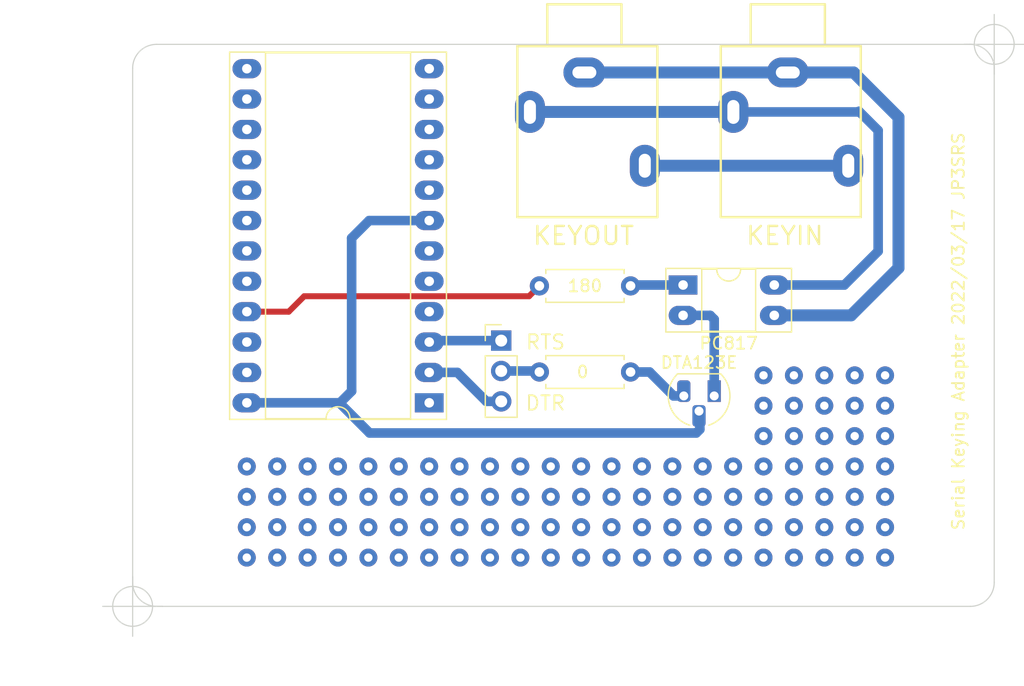
<source format=kicad_pcb>
(kicad_pcb (version 20211014) (generator pcbnew)
  (layers (0 "F.Cu" signal) (31 "B.Cu" signal) (34 "B.Paste" user) (35 "F.Paste" user) (36 "B.SilkS" user "B.Silkscreen") (37 "F.SilkS" user "F.Silkscreen") (38 "B.Mask" user) (39 "F.Mask" user) (44 "Edge.Cuts" user))
  (net 0 "")
  (net 1 "Net-(J1-PadR)")
  (net 2 "Net-(J1-PadS)")
  (net 3 "Net-(J1-PadT)")
  (net 4 "RTS")
  (net 5 "Net-(JP1-Pad2)")
  (net 6 "DTR")
  (net 7 "Net-(Q1-Pad1)")
  (net 8 "GND")
  (net 9 "VCC")
  (net 10 "Net-(R1-Pad2)")
  (net 30 "Net-(Q1-Pad3)")
  (footprint "" (layer "F.Cu") (at 180.34 116.84)
    (fp_text reference "" (at 0 0) (layer "F.SilkS") (effects (font (size 1.27 1.27))))
    (fp_text value "" (at 0 0) (layer "F.SilkS") (effects (font (size 1.27 1.27))))
    (pad "1" thru_hole circle (at 0 0) (size 1.5 1.5) (drill 0.7) (layers *.Cu *.Mask))
  )
  (footprint "" (layer "F.Cu") (at 132.08 119.38)
    (fp_text reference "" (at 0 0) (layer "F.SilkS") (effects (font (size 1.27 1.27))))
    (fp_text value "" (at 0 0) (layer "F.SilkS") (effects (font (size 1.27 1.27))))
    (pad "1" thru_hole circle (at 0 0) (size 1.5 1.5) (drill 0.7) (layers *.Cu *.Mask))
  )
  (footprint "" (layer "F.Cu") (at 147.32 119.38)
    (fp_text reference "" (at 0 0) (layer "F.SilkS") (effects (font (size 1.27 1.27))))
    (fp_text value "" (at 0 0) (layer "F.SilkS") (effects (font (size 1.27 1.27))))
    (pad "1" thru_hole circle (at 0 0) (size 1.5 1.5) (drill 0.7) (layers *.Cu *.Mask))
  )
  (footprint "" (layer "F.Cu") (at 180.34 111.76)
    (fp_text reference "" (at 0 0) (layer "F.SilkS") (effects (font (size 1.27 1.27))))
    (fp_text value "" (at 0 0) (layer "F.SilkS") (effects (font (size 1.27 1.27))))
    (pad "1" thru_hole circle (at 0 0) (size 1.5 1.5) (drill 0.7) (layers *.Cu *.Mask))
  )
  (footprint "" (layer "F.Cu") (at 129.54 119.38)
    (fp_text reference "" (at 0 0) (layer "F.SilkS") (effects (font (size 1.27 1.27))))
    (fp_text value "" (at 0 0) (layer "F.SilkS") (effects (font (size 1.27 1.27))))
    (pad "1" thru_hole circle (at 0 0) (size 1.5 1.5) (drill 0.7) (layers *.Cu *.Mask))
  )
  (footprint "MountingHole:MountingHole_3.2mm_M3" (layer "F.Cu") (at 189 123)
    (fp_text reference "H4" hide)
    (fp_text value "MountingHole" hide)
    (pad "" np_thru_hole circle (at 0 0) (size 3.2 3.2) (drill 3.2) (layers *.Cu *.Mask))
  )
  (footprint "Connector_PinHeader_2.54mm:PinHeader_1x03_P2.54mm_Vertical" (layer "F.Cu") (at 150.8 103.775)
    (fp_text reference "JP1" hide)
    (fp_text value "RS/DR" hide)
    (fp_line (start -1.33 6.41) (end 1.33 6.41) (layer "F.SilkS") (width 0.12))
    (fp_line (start -1.33 1.27) (end 1.33 1.27) (layer "F.SilkS") (width 0.12))
    (fp_line (start 1.33 1.27) (end 1.33 6.41) (layer "F.SilkS") (width 0.12))
    (fp_line (start -1.33 1.27) (end -1.33 6.41) (layer "F.SilkS") (width 0.12))
    (fp_line (start -1.33 0) (end -1.33 -1.33) (layer "F.SilkS") (width 0.12))
    (fp_line (start -1.33 -1.33) (end 0 -1.33) (layer "F.SilkS") (width 0.12))
    (pad "1" thru_hole rect (at 0 0) (size 1.7 1.7) (drill 1) (layers *.Cu *.Mask) (net 4 "RTS"))
    (pad "2" thru_hole oval (at 0 2.54) (size 1.7 1.7) (drill 1) (layers *.Cu *.Mask) (net 5 "Net-(JP1-Pad2)"))
    (pad "3" thru_hole oval (at 0 5.08) (size 1.7 1.7) (drill 1) (layers *.Cu *.Mask) (net 6 "DTR"))
  )
  (footprint "" (layer "F.Cu") (at 134.62 121.92)
    (fp_text reference "" (at 0 0) (layer "F.SilkS") (effects (font (size 1.27 1.27))))
    (fp_text value "" (at 0 0) (layer "F.SilkS") (effects (font (size 1.27 1.27))))
    (pad "1" thru_hole circle (at 0 0) (size 1.5 1.5) (drill 0.7) (layers *.Cu *.Mask))
  )
  (footprint "" (layer "F.Cu") (at 160.02 119.38)
    (fp_text reference "" (at 0 0) (layer "F.SilkS") (effects (font (size 1.27 1.27))))
    (fp_text value "" (at 0 0) (layer "F.SilkS") (effects (font (size 1.27 1.27))))
    (pad "1" thru_hole circle (at 0 0) (size 1.5 1.5) (drill 0.7) (layers *.Cu *.Mask))
  )
  (footprint "" (layer "F.Cu") (at 172.72 119.38)
    (fp_text reference "" (at 0 0) (layer "F.SilkS") (effects (font (size 1.27 1.27))))
    (fp_text value "" (at 0 0) (layer "F.SilkS") (effects (font (size 1.27 1.27))))
    (pad "1" thru_hole circle (at 0 0) (size 1.5 1.5) (drill 0.7) (layers *.Cu *.Mask))
  )
  (footprint "" (layer "F.Cu") (at 154.94 116.84)
    (fp_text reference "" (at 0 0) (layer "F.SilkS") (effects (font (size 1.27 1.27))))
    (fp_text value "" (at 0 0) (layer "F.SilkS") (effects (font (size 1.27 1.27))))
    (pad "1" thru_hole circle (at 0 0) (size 1.5 1.5) (drill 0.7) (layers *.Cu *.Mask))
  )
  (footprint "" (layer "F.Cu") (at 180.34 109.22)
    (fp_text reference "" (at 0 0) (layer "F.SilkS") (effects (font (size 1.27 1.27))))
    (fp_text value "" (at 0 0) (layer "F.SilkS") (effects (font (size 1.27 1.27))))
    (pad "1" thru_hole circle (at 0 0) (size 1.5 1.5) (drill 0.7) (layers *.Cu *.Mask))
  )
  (footprint "Resistor_THT:R_Axial_DIN0207_L6.3mm_D2.5mm_P7.62mm_Horizontal" (layer "F.Cu") (at 153.99 106.4)
    (fp_text reference "R2" hide)
    (fp_text value "0" (at 3.61 0) (layer "F.SilkS"))
    (fp_line (start 7.08 -1.37) (end 7.08 -1.04) (layer "F.SilkS") (width 0.12))
    (fp_line (start 0.54 1.37) (end 7.08 1.37) (layer "F.SilkS") (width 0.12))
    (fp_line (start 0.54 1.04) (end 0.54 1.37) (layer "F.SilkS") (width 0.12))
    (fp_line (start 0.54 -1.04) (end 0.54 -1.37) (layer "F.SilkS") (width 0.12))
    (fp_line (start 7.08 1.37) (end 7.08 1.04) (layer "F.SilkS") (width 0.12))
    (fp_line (start 0.54 -1.37) (end 7.08 -1.37) (layer "F.SilkS") (width 0.12))
    (pad "1" thru_hole circle (at 0 0) (size 1.6 1.6) (drill 0.8) (layers *.Cu *.Mask) (net 5 "Net-(JP1-Pad2)"))
    (pad "2" thru_hole oval (at 7.62 0) (size 1.6 1.6) (drill 0.8) (layers *.Cu *.Mask) (net 30 "Net-(Q1-Pad3)"))
  )
  (footprint "" (layer "F.Cu") (at 144.78 114.3)
    (fp_text reference "" (at 0 0) (layer "F.SilkS") (effects (font (size 1.27 1.27))))
    (fp_text value "" (at 0 0) (layer "F.SilkS") (effects (font (size 1.27 1.27))))
    (pad "1" thru_hole circle (at 0 0) (size 1.5 1.5) (drill 0.7) (layers *.Cu *.Mask))
  )
  (footprint "" (layer "F.Cu") (at 137.16 114.3)
    (fp_text reference "" (at 0 0) (layer "F.SilkS") (effects (font (size 1.27 1.27))))
    (fp_text value "" (at 0 0) (layer "F.SilkS") (effects (font (size 1.27 1.27))))
    (pad "1" thru_hole circle (at 0 0) (size 1.5 1.5) (drill 0.7) (layers *.Cu *.Mask))
  )
  (footprint "" (layer "F.Cu") (at 132.08 121.92)
    (fp_text reference "" (at 0 0) (layer "F.SilkS") (effects (font (size 1.27 1.27))))
    (fp_text value "" (at 0 0) (layer "F.SilkS") (effects (font (size 1.27 1.27))))
    (pad "1" thru_hole circle (at 0 0) (size 1.5 1.5) (drill 0.7) (layers *.Cu *.Mask))
  )
  (footprint "" (layer "F.Cu") (at 139.7 116.84)
    (fp_text reference "" (at 0 0) (layer "F.SilkS") (effects (font (size 1.27 1.27))))
    (fp_text value "" (at 0 0) (layer "F.SilkS") (effects (font (size 1.27 1.27))))
    (pad "1" thru_hole circle (at 0 0) (size 1.5 1.5) (drill 0.7) (layers *.Cu *.Mask))
  )
  (footprint "" (layer "F.Cu") (at 152.4 114.3)
    (fp_text reference "" (at 0 0) (layer "F.SilkS") (effects (font (size 1.27 1.27))))
    (fp_text value "" (at 0 0) (layer "F.SilkS") (effects (font (size 1.27 1.27))))
    (pad "1" thru_hole circle (at 0 0) (size 1.5 1.5) (drill 0.7) (layers *.Cu *.Mask))
  )
  (footprint "" (layer "F.Cu") (at 172.72 114.3)
    (fp_text reference "" (at 0 0) (layer "F.SilkS") (effects (font (size 1.27 1.27))))
    (fp_text value "" (at 0 0) (layer "F.SilkS") (effects (font (size 1.27 1.27))))
    (pad "1" thru_hole circle (at 0 0) (size 1.5 1.5) (drill 0.7) (layers *.Cu *.Mask))
  )
  (footprint "" (layer "F.Cu") (at 172.72 106.68)
    (fp_text reference "" (at 0 0) (layer "F.SilkS") (effects (font (size 1.27 1.27))))
    (fp_text value "" (at 0 0) (layer "F.SilkS") (effects (font (size 1.27 1.27))))
    (pad "1" thru_hole circle (at 0 0) (size 1.5 1.5) (drill 0.7) (layers *.Cu *.Mask))
  )
  (footprint "MountingHole:MountingHole_3.2mm_M3" (layer "F.Cu") (at 189 82)
    (fp_text reference "H2" hide)
    (fp_text value "MountingHole" hide)
    (pad "" np_thru_hole circle (at 0 0) (size 3.2 3.2) (drill 3.2) (layers *.Cu *.Mask))
  )
  (footprint "" (layer "F.Cu") (at 182.88 106.68)
    (fp_text reference "" (at 0 0) (layer "F.SilkS") (effects (font (size 1.27 1.27))))
    (fp_text value "" (at 0 0) (layer "F.SilkS") (effects (font (size 1.27 1.27))))
    (pad "1" thru_hole circle (at 0 0) (size 1.5 1.5) (drill 0.7) (layers *.Cu *.Mask))
  )
  (footprint "MountingHole:MountingHole_3.2mm_M3" (layer "F.Cu") (at 123 82)
    (fp_text reference "H1" hide)
    (fp_text value "MountingHole" hide)
    (pad "" np_thru_hole circle (at 0 0) (size 3.2 3.2) (drill 3.2) (layers *.Cu *.Mask))
  )
  (footprint "" (layer "F.Cu") (at 144.78 116.84)
    (fp_text reference "" (at 0 0) (layer "F.SilkS") (effects (font (size 1.27 1.27))))
    (fp_text value "" (at 0 0) (layer "F.SilkS") (effects (font (size 1.27 1.27))))
    (pad "1" thru_hole circle (at 0 0) (size 1.5 1.5) (drill 0.7) (layers *.Cu *.Mask))
  )
  (footprint "" (layer "F.Cu") (at 144.78 119.38)
    (fp_text reference "" (at 0 0) (layer "F.SilkS") (effects (font (size 1.27 1.27))))
    (fp_text value "" (at 0 0) (layer "F.SilkS") (effects (font (size 1.27 1.27))))
    (pad "1" thru_hole circle (at 0 0) (size 1.5 1.5) (drill 0.7) (layers *.Cu *.Mask))
  )
  (footprint "" (layer "F.Cu") (at 139.7 114.3)
    (fp_text reference "" (at 0 0) (layer "F.SilkS") (effects (font (size 1.27 1.27))))
    (fp_text value "" (at 0 0) (layer "F.SilkS") (effects (font (size 1.27 1.27))))
    (pad "1" thru_hole circle (at 0 0) (size 1.5 1.5) (drill 0.7) (layers *.Cu *.Mask))
  )
  (footprint "" (layer "F.Cu") (at 175.26 111.76)
    (fp_text reference "" (at 0 0) (layer "F.SilkS") (effects (font (size 1.27 1.27))))
    (fp_text value "" (at 0 0) (layer "F.SilkS") (effects (font (size 1.27 1.27))))
    (pad "1" thru_hole circle (at 0 0) (size 1.5 1.5) (drill 0.7) (layers *.Cu *.Mask))
  )
  (footprint "" (layer "F.Cu") (at 154.94 119.38)
    (fp_text reference "" (at 0 0) (layer "F.SilkS") (effects (font (size 1.27 1.27))))
    (fp_text value "" (at 0 0) (layer "F.SilkS") (effects (font (size 1.27 1.27))))
    (pad "1" thru_hole circle (at 0 0) (size 1.5 1.5) (drill 0.7) (layers *.Cu *.Mask))
  )
  (footprint "" (layer "F.Cu") (at 165.1 116.84)
    (fp_text reference "" (at 0 0) (layer "F.SilkS") (effects (font (size 1.27 1.27))))
    (fp_text value "" (at 0 0) (layer "F.SilkS") (effects (font (size 1.27 1.27))))
    (pad "1" thru_hole circle (at 0 0) (size 1.5 1.5) (drill 0.7) (layers *.Cu *.Mask))
  )
  (footprint "" (layer "F.Cu") (at 182.88 114.3)
    (fp_text reference "" (at 0 0) (layer "F.SilkS") (effects (font (size 1.27 1.27))))
    (fp_text value "" (at 0 0) (layer "F.SilkS") (effects (font (size 1.27 1.27))))
    (pad "1" thru_hole circle (at 0 0) (size 1.5 1.5) (drill 0.7) (layers *.Cu *.Mask))
  )
  (footprint "" (layer "F.Cu") (at 175.26 106.68)
    (fp_text reference "" (at 0 0) (layer "F.SilkS") (effects (font (size 1.27 1.27))))
    (fp_text value "" (at 0 0) (layer "F.SilkS") (effects (font (size 1.27 1.27))))
    (pad "1" thru_hole circle (at 0 0) (size 1.5 1.5) (drill 0.7) (layers *.Cu *.Mask))
  )
  (footprint "" (layer "F.Cu") (at 177.8 121.92)
    (fp_text reference "" (at 0 0) (layer "F.SilkS") (effects (font (size 1.27 1.27))))
    (fp_text value "" (at 0 0) (layer "F.SilkS") (effects (font (size 1.27 1.27))))
    (pad "1" thru_hole circle (at 0 0) (size 1.5 1.5) (drill 0.7) (layers *.Cu *.Mask))
  )
  (footprint "" (layer "F.Cu") (at 175.26 119.38)
    (fp_text reference "" (at 0 0) (layer "F.SilkS") (effects (font (size 1.27 1.27))))
    (fp_text value "" (at 0 0) (layer "F.SilkS") (effects (font (size 1.27 1.27))))
    (pad "1" thru_hole circle (at 0 0) (size 1.5 1.5) (drill 0.7) (layers *.Cu *.Mask))
  )
  (footprint "" (layer "F.Cu") (at 172.72 111.76)
    (fp_text reference "" (at 0 0) (layer "F.SilkS") (effects (font (size 1.27 1.27))))
    (fp_text value "" (at 0 0) (layer "F.SilkS") (effects (font (size 1.27 1.27))))
    (pad "1" thru_hole circle (at 0 0) (size 1.5 1.5) (drill 0.7) (layers *.Cu *.Mask))
  )
  (footprint "" (layer "F.Cu") (at 180.34 114.3)
    (fp_text reference "" (at 0 0) (layer "F.SilkS") (effects (font (size 1.27 1.27))))
    (fp_text value "" (at 0 0) (layer "F.SilkS") (effects (font (size 1.27 1.27))))
    (pad "1" thru_hole circle (at 0 0) (size 1.5 1.5) (drill 0.7) (layers *.Cu *.Mask))
  )
  (footprint "" (layer "F.Cu") (at 162.56 116.84)
    (fp_text reference "" (at 0 0) (layer "F.SilkS") (effects (font (size 1.27 1.27))))
    (fp_text value "" (at 0 0) (layer "F.SilkS") (effects (font (size 1.27 1.27))))
    (pad "1" thru_hole circle (at 0 0) (size 1.5 1.5) (drill 0.7) (layers *.Cu *.Mask))
  )
  (footprint "" (layer "F.Cu") (at 170.18 121.92)
    (fp_text reference "" (at 0 0) (layer "F.SilkS") (effects (font (size 1.27 1.27))))
    (fp_text value "" (at 0 0) (layer "F.SilkS") (effects (font (size 1.27 1.27))))
    (pad "1" thru_hole circle (at 0 0) (size 1.5 1.5) (drill 0.7) (layers *.Cu *.Mask))
  )
  (footprint "" (layer "F.Cu") (at 137.16 116.84)
    (fp_text reference "" (at 0 0) (layer "F.SilkS") (effects (font (size 1.27 1.27))))
    (fp_text value "" (at 0 0) (layer "F.SilkS") (effects (font (size 1.27 1.27))))
    (pad "1" thru_hole circle (at 0 0) (size 1.5 1.5) (drill 0.7) (layers *.Cu *.Mask))
  )
  (footprint "" (layer "F.Cu") (at 177.8 106.68)
    (fp_text reference "" (at 0 0) (layer "F.SilkS") (effects (font (size 1.27 1.27))))
    (fp_text value "" (at 0 0) (layer "F.SilkS") (effects (font (size 1.27 1.27))))
    (pad "1" thru_hole circle (at 0 0) (size 1.5 1.5) (drill 0.7) (layers *.Cu *.Mask))
  )
  (footprint "" (layer "F.Cu") (at 137.16 119.38)
    (fp_text reference "" (at 0 0) (layer "F.SilkS") (effects (font (size 1.27 1.27))))
    (fp_text value "" (at 0 0) (layer "F.SilkS") (effects (font (size 1.27 1.27))))
    (pad "1" thru_hole circle (at 0 0) (size 1.5 1.5) (drill 0.7) (layers *.Cu *.Mask))
  )
  (footprint "" (layer "F.Cu") (at 157.48 116.84)
    (fp_text reference "" (at 0 0) (layer "F.SilkS") (effects (font (size 1.27 1.27))))
    (fp_text value "" (at 0 0) (layer "F.SilkS") (effects (font (size 1.27 1.27))))
    (pad "1" thru_hole circle (at 0 0) (size 1.5 1.5) (drill 0.7) (layers *.Cu *.Mask))
  )
  (footprint "" (layer "F.Cu") (at 182.88 109.22)
    (fp_text reference "" (at 0 0) (layer "F.SilkS") (effects (font (size 1.27 1.27))))
    (fp_text value "" (at 0 0) (layer "F.SilkS") (effects (font (size 1.27 1.27))))
    (pad "1" thru_hole circle (at 0 0) (size 1.5 1.5) (drill 0.7) (layers *.Cu *.Mask))
  )
  (footprint "" (layer "F.Cu") (at 182.88 119.38)
    (fp_text reference "" (at 0 0) (layer "F.SilkS") (effects (font (size 1.27 1.27))))
    (fp_text value "" (at 0 0) (layer "F.SilkS") (effects (font (size 1.27 1.27))))
    (pad "1" thru_hole circle (at 0 0) (size 1.5 1.5) (drill 0.7) (layers *.Cu *.Mask))
  )
  (footprint "" (layer "F.Cu") (at 157.48 119.38)
    (fp_text reference "" (at 0 0) (layer "F.SilkS") (effects (font (size 1.27 1.27))))
    (fp_text value "" (at 0 0) (layer "F.SilkS") (effects (font (size 1.27 1.27))))
    (pad "1" thru_hole circle (at 0 0) (size 1.5 1.5) (drill 0.7) (layers *.Cu *.Mask))
  )
  (footprint "" (layer "F.Cu") (at 147.32 116.84)
    (fp_text reference "" (at 0 0) (layer "F.SilkS") (effects (font (size 1.27 1.27))))
    (fp_text value "" (at 0 0) (layer "F.SilkS") (effects (font (size 1.27 1.27))))
    (pad "1" thru_hole circle (at 0 0) (size 1.5 1.5) (drill 0.7) (layers *.Cu *.Mask))
  )
  (footprint "" (layer "F.Cu") (at 172.72 116.84)
    (fp_text reference "" (at 0 0) (layer "F.SilkS") (effects (font (size 1.27 1.27))))
    (fp_text value "" (at 0 0) (layer "F.SilkS") (effects (font (size 1.27 1.27))))
    (pad "1" thru_hole circle (at 0 0) (size 1.5 1.5) (drill 0.7) (layers *.Cu *.Mask))
  )
  (footprint "" (layer "F.Cu") (at 147.32 114.3)
    (fp_text reference "" (at 0 0) (layer "F.SilkS") (effects (font (size 1.27 1.27))))
    (fp_text value "" (at 0 0) (layer "F.SilkS") (effects (font (size 1.27 1.27))))
    (pad "1" thru_hole circle (at 0 0) (size 1.5 1.5) (drill 0.7) (layers *.Cu *.Mask))
  )
  (footprint "" (layer "F.Cu") (at 182.88 111.76)
    (fp_text reference "" (at 0 0) (layer "F.SilkS") (effects (font (size 1.27 1.27))))
    (fp_text value "" (at 0 0) (layer "F.SilkS") (effects (font (size 1.27 1.27))))
    (pad "1" thru_hole circle (at 0 0) (size 1.5 1.5) (drill 0.7) (layers *.Cu *.Mask))
  )
  (footprint "" (layer "F.Cu") (at 142.24 114.3)
    (fp_text reference "" (at 0 0) (layer "F.SilkS") (effects (font (size 1.27 1.27))))
    (fp_text value "" (at 0 0) (layer "F.SilkS") (effects (font (size 1.27 1.27))))
    (pad "1" thru_hole circle (at 0 0) (size 1.5 1.5) (drill 0.7) (layers *.Cu *.Mask))
  )
  (footprint "" (layer "F.Cu") (at 180.34 121.92)
    (fp_text reference "" (at 0 0) (layer "F.SilkS") (effects (font (size 1.27 1.27))))
    (fp_text value "" (at 0 0) (layer "F.SilkS") (effects (font (size 1.27 1.27))))
    (pad "1" thru_hole circle (at 0 0) (size 1.5 1.5) (drill 0.7) (layers *.Cu *.Mask))
  )
  (footprint "" (layer "F.Cu") (at 165.1 114.3)
    (fp_text reference "" (at 0 0) (layer "F.SilkS") (effects (font (size 1.27 1.27))))
    (fp_text value "" (at 0 0) (layer "F.SilkS") (effects (font (size 1.27 1.27))))
    (pad "1" thru_hole circle (at 0 0) (size 1.5 1.5) (drill 0.7) (layers *.Cu *.Mask))
  )
  (footprint "" (layer "F.Cu") (at 160.02 116.84)
    (fp_text reference "" (at 0 0) (layer "F.SilkS") (effects (font (size 1.27 1.27))))
    (fp_text value "" (at 0 0) (layer "F.SilkS") (effects (font (size 1.27 1.27))))
    (pad "1" thru_hole circle (at 0 0) (size 1.5 1.5) (drill 0.7) (layers *.Cu *.Mask))
  )
  (footprint "" (layer "F.Cu") (at 175.26 116.84)
    (fp_text reference "" (at 0 0) (layer "F.SilkS") (effects (font (size 1.27 1.27))))
    (fp_text value "" (at 0 0) (layer "F.SilkS") (effects (font (size 1.27 1.27))))
    (pad "1" thru_hole circle (at 0 0) (size 1.5 1.5) (drill 0.7) (layers *.Cu *.Mask))
  )
  (footprint "" (layer "F.Cu") (at 142.24 119.38)
    (fp_text reference "" (at 0 0) (layer "F.SilkS") (effects (font (size 1.27 1.27))))
    (fp_text value "" (at 0 0) (layer "F.SilkS") (effects (font (size 1.27 1.27))))
    (pad "1" thru_hole circle (at 0 0) (size 1.5 1.5) (drill 0.7) (layers *.Cu *.Mask))
  )
  (footprint "" (layer "F.Cu") (at 177.8 114.3)
    (fp_text reference "" (at 0 0) (layer "F.SilkS") (effects (font (size 1.27 1.27))))
    (fp_text value "" (at 0 0) (layer "F.SilkS") (effects (font (size 1.27 1.27))))
    (pad "1" thru_hole circle (at 0 0) (size 1.5 1.5) (drill 0.7) (layers *.Cu *.Mask))
  )
  (footprint "" (layer "F.Cu") (at 129.54 116.84)
    (fp_text reference "" (at 0 0) (layer "F.SilkS") (effects (font (size 1.27 1.27))))
    (fp_text value "" (at 0 0) (layer "F.SilkS") (effects (font (size 1.27 1.27))))
    (pad "1" thru_hole circle (at 0 0) (size 1.5 1.5) (drill 0.7) (layers *.Cu *.Mask))
  )
  (footprint "Library:MJ-352W-0" (layer "F.Cu") (at 157.75 79.25 -90)
    (fp_text reference "J1" hide)
    (fp_text value "KEYOUT" (at 15.75 0.07) (layer "F.SilkS") (effects (font (size 1.5 1.5) (thickness 0.2))))
    (fp_line (start -3.6 -3.1) (end -0.1 -3.1) (layer "F.SilkS") (width 0.2))
    (fp_line (start -0.1 5.6) (end -0.1 -6.1) (layer "F.SilkS") (width 0.2))
    (fp_line (start 14.2 5.6) (end -0.1 5.6) (layer "F.SilkS") (width 0.2))
    (fp_line (start 14.2 -6.1) (end 14.2 5.6) (layer "F.SilkS") (width 0.2))
    (fp_line (start -0.1 -6.1) (end 14.2 -6.1) (layer "F.SilkS") (width 0.2))
    (fp_line (start -0.1 3.1) (end -3.6 3.1) (layer "F.SilkS") (width 0.2))
    (fp_line (start -3.6 3.1) (end -3.6 -3.1) (layer "F.SilkS") (width 0.2))
    (pad "R" thru_hole oval (at 9.9 -5.05) (size 2.5 3.5) (drill oval 1 2) (layers *.Cu *.Mask) (net 1 "Net-(J1-PadR)"))
    (pad "S" thru_hole oval (at 2.1 0 270) (size 2.5 3.5) (drill oval 1 2) (layers *.Cu *.Mask) (net 2 "Net-(J1-PadS)"))
    (pad "T" thru_hole oval (at 5.4 4.55) (size 2.5 3.5) (drill oval 1 2) (layers *.Cu *.Mask) (net 3 "Net-(J1-PadT)"))
  )
  (footprint "" (layer "F.Cu") (at 139.7 121.92)
    (fp_text reference "" (at 0 0) (layer "F.SilkS") (effects (font (size 1.27 1.27))))
    (fp_text value "" (at 0 0) (layer "F.SilkS") (effects (font (size 1.27 1.27))))
    (pad "1" thru_hole circle (at 0 0) (size 1.5 1.5) (drill 0.7) (layers *.Cu *.Mask))
  )
  (footprint "" (layer "F.Cu") (at 177.8 109.22)
    (fp_text reference "" (at 0 0) (layer "F.SilkS") (effects (font (size 1.27 1.27))))
    (fp_text value "" (at 0 0) (layer "F.SilkS") (effects (font (size 1.27 1.27))))
    (pad "1" thru_hole circle (at 0 0) (size 1.5 1.5) (drill 0.7) (layers *.Cu *.Mask))
  )
  (footprint "Package_DIP:DIP-24_W15.24mm_Socket_LongPads" (layer "F.Cu") (at 144.785 108.975 180)
    (fp_text reference "U2" hide)
    (fp_text value "AkizukiFT232RL" hide)
    (fp_line (start 1.56 -1.33) (end 1.56 29.27) (layer "F.SilkS") (width 0.12))
    (fp_line (start 13.68 -1.33) (end 8.62 -1.33) (layer "F.SilkS") (width 0.12))
    (fp_line (start 16.68 -1.39) (end -1.44 -1.39) (layer "F.SilkS") (width 0.12))
    (fp_line (start 16.68 29.33) (end 16.68 -1.39) (layer "F.SilkS") (width 0.12))
    (fp_line (start -1.44 29.33) (end 16.68 29.33) (layer "F.SilkS") (width 0.12))
    (fp_line (start -1.44 -1.39) (end -1.44 29.33) (layer "F.SilkS") (width 0.12))
    (fp_line (start 13.68 29.27) (end 13.68 -1.33) (layer "F.SilkS") (width 0.12))
    (fp_line (start 6.62 -1.33) (end 1.56 -1.33) (layer "F.SilkS") (width 0.12))
    (fp_line (start 1.56 29.27) (end 13.68 29.27) (layer "F.SilkS") (width 0.12))
    (fp_arc (start 8.62 -1.33) (mid 7.62 -0.33) (end 6.62 -1.33) (layer "F.SilkS") (width 0.12))
    (pad "1" thru_hole rect (at 0 0 180) (size 2.4 1.6) (drill 0.8) (layers *.Cu *.Mask))
    (pad "2" thru_hole oval (at 0 2.54 180) (size 2.4 1.6) (drill 0.8) (layers *.Cu *.Mask) (net 6 "DTR"))
    (pad "3" thru_hole oval (at 0 5.08 180) (size 2.4 1.6) (drill 0.8) (layers *.Cu *.Mask) (net 4 "RTS"))
    (pad "4" thru_hole oval (at 0 7.62 180) (size 2.4 1.6) (drill 0.8) (layers *.Cu *.Mask))
    (pad "5" thru_hole oval (at 0 10.16 180) (size 2.4 1.6) (drill 0.8) (layers *.Cu *.Mask))
    (pad "6" thru_hole oval (at 0 12.7 180) (size 2.4 1.6) (drill 0.8) (layers *.Cu *.Mask))
    (pad "7" thru_hole oval (at 0 15.24 180) (size 2.4 1.6) (drill 0.8) (layers *.Cu *.Mask) (net 8 "GND"))
    (pad "8" thru_hole oval (at 0 17.78 180) (size 2.4 1.6) (drill 0.8) (layers *.Cu *.Mask))
    (pad "9" thru_hole oval (at 0 20.32 180) (size 2.4 1.6) (drill 0.8) (layers *.Cu *.Mask))
    (pad "10" thru_hole oval (at 0 22.86 180) (size 2.4 1.6) (drill 0.8) (layers *.Cu *.Mask))
    (pad "11" thru_hole oval (at 0 25.4 180) (size 2.4 1.6) (drill 0.8) (layers *.Cu *.Mask))
    (pad "12" thru_hole oval (at 0 27.94 180) (size 2.4 1.6) (drill 0.8) (layers *.Cu *.Mask))
    (pad "13" thru_hole oval (at 15.24 27.94 180) (size 2.4 1.6) (drill 0.8) (layers *.Cu *.Mask))
    (pad "14" thru_hole oval (at 15.24 25.4 180) (size 2.4 1.6) (drill 0.8) (layers *.Cu *.Mask))
    (pad "15" thru_hole oval (at 15.24 22.86 180) (size 2.4 1.6) (drill 0.8) (layers *.Cu *.Mask))
    (pad "16" thru_hole oval (at 15.24 20.32 180) (size 2.4 1.6) (drill 0.8) (layers *.Cu *.Mask))
    (pad "17" thru_hole oval (at 15.24 17.78 180) (size 2.4 1.6) (drill 0.8) (layers *.Cu *.Mask))
    (pad "18" thru_hole oval (at 15.24 15.24 180) (size 2.4 1.6) (drill 0.8) (layers *.Cu *.Mask))
    (pad "19" thru_hole oval (at 15.24 12.7 180) (size 2.4 1.6) (drill 0.8) (layers *.Cu *.Mask))
    (pad "20" thru_hole oval (at 15.24 10.16 180) (size 2.4 1.6) (drill 0.8) (layers *.Cu *.Mask))
    (pad "21" thru_hole oval (at 15.24 7.62 180) (size 2.4 1.6) (drill 0.8) (layers *.Cu *.Mask) (net 9 "VCC"))
    (pad "22" thru_hole oval (at 15.24 5.08 180) (size 2.4 1.6) (drill 0.8) (layers *.Cu *.Mask))
    (pad "23" thru_hole oval (at 15.24 2.54 180) (size 2.4 1.6) (drill 0.8) (layers *.Cu *.Mask))
    (pad "24" thru_hole oval (at 15.24 0 180) (size 2.4 1.6) (drill 0.8) (layers *.Cu *.Mask) (net 8 "GND"))
  )
  (footprint "" (layer "F.Cu") (at 165.1 119.38)
    (fp_text reference "" (at 0 0) (layer "F.SilkS") (effects (font (size 1.27 1.27))))
    (fp_text value "" (at 0 0) (layer "F.SilkS") (effects (font (size 1.27 1.27))))
    (pad "1" thru_hole circle (at 0 0) (size 1.5 1.5) (drill 0.7) (layers *.Cu *.Mask))
  )
  (footprint "" (layer "F.Cu") (at 160.02 121.92)
    (fp_text reference "" (at 0 0) (layer "F.SilkS") (effects (font (size 1.27 1.27))))
    (fp_text value "" (at 0 0) (layer "F.SilkS") (effects (font (size 1.27 1.27))))
    (pad "1" thru_hole circle (at 0 0) (size 1.5 1.5) (drill 0.7) (layers *.Cu *.Mask))
  )
  (footprint "Package_TO_SOT_THT:TO-92_HandSolder" (layer "F.Cu") (at 168.6 108.4 180)
    (fp_text reference "Q1" hide)
    (fp_text value "DTA123E" (at 1.27 2.79) (layer "F.SilkS"))
    (fp_line (start -0.53 1.85) (end 3.07 1.85) (layer "F.SilkS") (width 0.12))
    (fp_arc (start -0.541875 1.841741) (mid -1.247231 -0.581764) (end 0.45 -2.45) (layer "F.SilkS") (width 0.12))
    (fp_arc (start 2.05 -2.45) (mid 3.769931 -0.601036) (end 3.078445 1.827684) (layer "F.SilkS") (width 0.12))
    (pad "1" thru_hole rect (at 0 0 180) (size 1.1 1.8) (drill 0.75 (offset 0 0.4)) (layers *.Cu *.Mask) (net 7 "Net-(Q1-Pad1)"))
    (pad "2" thru_hole roundrect (at 1.27 -1.27 180) (size 1.1 1.8) (drill 0.75 (offset 0 -0.4)) (layers *.Cu *.Mask) (net 8 "GND"))
    (pad "3" thru_hole roundrect (at 2.54 0 180) (size 1.1 1.8) (drill 0.75 (offset 0 0.4)) (layers *.Cu *.Mask) (net 30 "Net-(Q1-Pad3)"))
  )
  (footprint "Resistor_THT:R_Axial_DIN0207_L6.3mm_D2.5mm_P7.62mm_Horizontal" (layer "F.Cu") (at 153.99 99.2)
    (fp_text reference "R1" hide)
    (fp_text value "180" (at 3.81 0) (layer "F.SilkS"))
    (fp_line (start 0.54 -1.37) (end 7.08 -1.37) (layer "F.SilkS") (width 0.12))
    (fp_line (start 0.54 1.04) (end 0.54 1.37) (layer "F.SilkS") (width 0.12))
    (fp_line (start 7.08 -1.37) (end 7.08 -1.04) (layer "F.SilkS") (width 0.12))
    (fp_line (start 0.54 -1.04) (end 0.54 -1.37) (layer "F.SilkS") (width 0.12))
    (fp_line (start 0.54 1.37) (end 7.08 1.37) (layer "F.SilkS") (width 0.12))
    (fp_line (start 7.08 1.37) (end 7.08 1.04) (layer "F.SilkS") (width 0.12))
    (pad "1" thru_hole circle (at 0 0) (size 1.6 1.6) (drill 0.8) (layers *.Cu *.Mask) (net 9 "VCC"))
    (pad "2" thru_hole oval (at 7.62 0) (size 1.6 1.6) (drill 0.8) (layers *.Cu *.Mask) (net 10 "Net-(R1-Pad2)"))
  )
  (footprint "" (layer "F.Cu") (at 129.54 114.3)
    (fp_text reference "" (at 0 0) (layer "F.SilkS") (effects (font (size 1.27 1.27))))
    (fp_text value "" (at 0 0) (layer "F.SilkS") (effects (font (size 1.27 1.27))))
    (pad "1" thru_hole circle (at 0 0) (size 1.5 1.5) (drill 0.7) (layers *.Cu *.Mask))
  )
  (footprint "" (layer "F.Cu") (at 167.64 121.92)
    (fp_text reference "" (at 0 0) (layer "F.SilkS") (effects (font (size 1.27 1.27))))
    (fp_text value "" (at 0 0) (layer "F.SilkS") (effects (font (size 1.27 1.27))))
    (pad "1" thru_hole circle (at 0 0) (size 1.5 1.5) (drill 0.7) (layers *.Cu *.Mask))
  )
  (footprint "" (layer "F.Cu") (at 182.88 116.84)
    (fp_text reference "" (at 0 0) (layer "F.SilkS") (effects (font (size 1.27 1.27))))
    (fp_text value "" (at 0 0) (layer "F.SilkS") (effects (font (size 1.27 1.27))))
    (pad "1" thru_hole circle (at 0 0) (size 1.5 1.5) (drill 0.7) (layers *.Cu *.Mask))
  )
  (footprint "" (layer "F.Cu") (at 177.8 111.76)
    (fp_text reference "" (at 0 0) (layer "F.SilkS") (effects (font (size 1.27 1.27))))
    (fp_text value "" (at 0 0) (layer "F.SilkS") (effects (font (size 1.27 1.27))))
    (pad "1" thru_hole circle (at 0 0) (size 1.5 1.5) (drill 0.7) (layers *.Cu *.Mask))
  )
  (footprint "" (layer "F.Cu") (at 177.8 119.38)
    (fp_text reference "" (at 0 0) (layer "F.SilkS") (effects (font (size 1.27 1.27))))
    (fp_text value "" (at 0 0) (layer "F.SilkS") (effects (font (size 1.27 1.27))))
    (pad "1" thru_hole circle (at 0 0) (size 1.5 1.5) (drill 0.7) (layers *.Cu *.Mask))
  )
  (footprint "" (layer "F.Cu") (at 152.4 119.38)
    (fp_text reference "" (at 0 0) (layer "F.SilkS") (effects (font (size 1.27 1.27))))
    (fp_text value "" (at 0 0) (layer "F.SilkS") (effects (font (size 1.27 1.27))))
    (pad "1" thru_hole circle (at 0 0) (size 1.5 1.5) (drill 0.7) (layers *.Cu *.Mask))
  )
  (footprint "" (layer "F.Cu") (at 147.32 121.92)
    (fp_text reference "" (at 0 0) (layer "F.SilkS") (effects (font (size 1.27 1.27))))
    (fp_text value "" (at 0 0) (layer "F.SilkS") (effects (font (size 1.27 1.27))))
    (pad "1" thru_hole circle (at 0 0) (size 1.5 1.5) (drill 0.7) (layers *.Cu *.Mask))
  )
  (footprint "" (layer "F.Cu") (at 160.02 114.3)
    (fp_text reference "" (at 0 0) (layer "F.SilkS") (effects (font (size 1.27 1.27))))
    (fp_text value "" (at 0 0) (layer "F.SilkS") (effects (font (size 1.27 1.27))))
    (pad "1" thru_hole circle (at 0 0) (size 1.5 1.5) (drill 0.7) (layers *.Cu *.Mask))
  )
  (footprint "" (layer "F.Cu") (at 134.62 116.84)
    (fp_text reference "" (at 0 0) (layer "F.SilkS") (effects (font (size 1.27 1.27))))
    (fp_text value "" (at 0 0) (layer "F.SilkS") (effects (font (size 1.27 1.27))))
    (pad "1" thru_hole circle (at 0 0) (size 1.5 1.5) (drill 0.7) (layers *.Cu *.Mask))
  )
  (footprint "" (layer "F.Cu") (at 157.48 121.92)
    (fp_text reference "" (at 0 0) (layer "F.SilkS") (effects (font (size 1.27 1.27))))
    (fp_text value "" (at 0 0) (layer "F.SilkS") (effects (font (size 1.27 1.27))))
    (pad "1" thru_hole circle (at 0 0) (size 1.5 1.5) (drill 0.7) (layers *.Cu *.Mask))
  )
  (footprint "" (layer "F.Cu") (at 142.24 121.92)
    (fp_text reference "" (at 0 0) (layer "F.SilkS") (effects (font (size 1.27 1.27))))
    (fp_text value "" (at 0 0) (layer "F.SilkS") (effects (font (size 1.27 1.27))))
    (pad "1" thru_hole circle (at 0 0) (size 1.5 1.5) (drill 0.7) (layers *.Cu *.Mask))
  )
  (footprint "" (layer "F.Cu") (at 137.16 121.92)
    (fp_text reference "" (at 0 0) (layer "F.SilkS") (effects (font (size 1.27 1.27))))
    (fp_text value "" (at 0 0) (layer "F.SilkS") (effects (font (size 1.27 1.27))))
    (pad "1" thru_hole circle (at 0 0) (size 1.5 1.5) (drill 0.7) (layers *.Cu *.Mask))
  )
  (footprint "" (layer "F.Cu") (at 167.64 116.84)
    (fp_text reference "" (at 0 0) (layer "F.SilkS") (effects (font (size 1.27 1.27))))
    (fp_text value "" (at 0 0) (layer "F.SilkS") (effects (font (size 1.27 1.27))))
    (pad "1" thru_hole circle (at 0 0) (size 1.5 1.5) (drill 0.7) (layers *.Cu *.Mask))
  )
  (footprint "Package_DIP:DIP-4_W7.62mm_Socket_LongPads" (layer "F.Cu") (at 166 99.125)
    (fp_text reference "U1" hide)
    (fp_text value "PC817" (at 3.81 4.87) (layer "F.SilkS"))
    (fp_line (start 6.06 -1.33) (end 4.81 -1.33) (layer "F.SilkS") (width 0.12))
    (fp_line (start 9.06 3.93) (end 9.06 -1.39) (layer "F.SilkS") (width 0.12))
    (fp_line (start 1.56 3.87) (end 6.06 3.87) (layer "F.SilkS") (width 0.12))
    (fp_line (start 2.81 -1.33) (end 1.56 -1.33) (layer "F.SilkS") (width 0.12))
    (fp_line (start -1.44 3.93) (end 9.06 3.93) (layer "F.SilkS") (width 0.12))
    (fp_line (start 1.56 -1.33) (end 1.56 3.87) (layer "F.SilkS") (width 0.12))
    (fp_line (start 9.06 -1.39) (end -1.44 -1.39) (layer "F.SilkS") (width 0.12))
    (fp_line (start -1.44 -1.39) (end -1.44 3.93) (layer "F.SilkS") (width 0.12))
    (fp_line (start 6.06 3.87) (end 6.06 -1.33) (layer "F.SilkS") (width 0.12))
    (fp_arc (start 4.81 -1.33) (mid 3.81 -0.33) (end 2.81 -1.33) (layer "F.SilkS") (width 0.12))
    (pad "1" thru_hole rect (at 0 0) (size 2.4 1.6) (drill 0.8) (layers *.Cu *.Mask) (net 10 "Net-(R1-Pad2)"))
    (pad "2" thru_hole oval (at 0 2.54) (size 2.4 1.6) (drill 0.8) (layers *.Cu *.Mask) (net 7 "Net-(Q1-Pad1)"))
    (pad "3" thru_hole oval (at 7.62 2.54) (size 2.4 1.6) (drill 0.8) (layers *.Cu *.Mask) (net 2 "Net-(J1-PadS)"))
    (pad "4" thru_hole oval (at 7.62 0) (size 2.4 1.6) (drill 0.8) (layers *.Cu *.Mask) (net 3 "Net-(J1-PadT)"))
  )
  (footprint "" (layer "F.Cu") (at 175.26 121.92)
    (fp_text reference "" (at 0 0) (layer "F.SilkS") (effects (font (size 1.27 1.27))))
    (fp_text value "" (at 0 0) (layer "F.SilkS") (effects (font (size 1.27 1.27))))
    (pad "1" thru_hole circle (at 0 0) (size 1.5 1.5) (drill 0.7) (layers *.Cu *.Mask))
  )
  (footprint "" (layer "F.Cu") (at 142.24 116.84)
    (fp_text reference "" (at 0 0) (layer "F.SilkS") (effects (font (size 1.27 1.27))))
    (fp_text value "" (at 0 0) (layer "F.SilkS") (effects (font (size 1.27 1.27))))
    (pad "1" thru_hole circle (at 0 0) (size 1.5 1.5) (drill 0.7) (layers *.Cu *.Mask))
  )
  (footprint "" (layer "F.Cu") (at 132.08 116.84)
    (fp_text reference "" (at 0 0) (layer "F.SilkS") (effects (font (size 1.27 1.27))))
    (fp_text value "" (at 0 0) (layer "F.SilkS") (effects (font (size 1.27 1.27))))
    (pad "1" thru_hole circle (at 0 0) (size 1.5 1.5) (drill 0.7) (layers *.Cu *.Mask))
  )
  (footprint "Library:MJ-352W-0" (layer "F.Cu") (at 174.75 79.25 -90)
    (fp_text reference "J2" hide)
    (fp_text value "KEYIN" (at 15.75 0.25 180) (layer "F.SilkS") (effects (font (size 1.5 1.5) (thickness 0.2))))
    (fp_line (start -0.1 -6.1) (end 14.2 -6.1) (layer "F.SilkS") (width 0.2))
    (fp_line (start -3.6 3.1) (end -3.6 -3.1) (layer "F.SilkS") (width 0.2))
    (fp_line (start 14.2 5.6) (end -0.1 5.6) (layer "F.SilkS") (width 0.2))
    (fp_line (start -0.1 5.6) (end -0.1 -6.1) (layer "F.SilkS") (width 0.2))
    (fp_line (start 14.2 -6.1) (end 14.2 5.6) (layer "F.SilkS") (width 0.2))
    (fp_line (start -0.1 3.1) (end -3.6 3.1) (layer "F.SilkS") (width 0.2))
    (fp_line (start -3.6 -3.1) (end -0.1 -3.1) (layer "F.SilkS") (width 0.2))
    (pad "R" thru_hole oval (at 9.9 -5.05) (size 2.5 3.5) (drill oval 1 2) (layers *.Cu *.Mask) (net 1 "Net-(J1-PadR)"))
    (pad "S" thru_hole oval (at 2.1 0 270) (size 2.5 3.5) (drill oval 1 2) (layers *.Cu *.Mask) (net 2 "Net-(J1-PadS)"))
    (pad "T" thru_hole oval (at 5.4 4.55) (size 2.5 3.5) (drill oval 1 2) (layers *.Cu *.Mask) (net 3 "Net-(J1-PadT)"))
  )
  (footprint "" (layer "F.Cu") (at 139.7 119.38)
    (fp_text reference "" (at 0 0) (layer "F.SilkS") (effects (font (size 1.27 1.27))))
    (fp_text value "" (at 0 0) (layer "F.SilkS") (effects (font (size 1.27 1.27))))
    (pad "1" thru_hole circle (at 0 0) (size 1.5 1.5) (drill 0.7) (layers *.Cu *.Mask))
  )
  (footprint "" (layer "F.Cu") (at 170.18 114.3)
    (fp_text reference "" (at 0 0) (layer "F.SilkS") (effects (font (size 1.27 1.27))))
    (fp_text value "" (at 0 0) (layer "F.SilkS") (effects (font (size 1.27 1.27))))
    (pad "1" thru_hole circle (at 0 0) (size 1.5 1.5) (drill 0.7) (layers *.Cu *.Mask))
  )
  (footprint "" (layer "F.Cu") (at 162.56 119.38)
    (fp_text reference "" (at 0 0) (layer "F.SilkS") (effects (font (size 1.27 1.27))))
    (fp_text value "" (at 0 0) (layer "F.SilkS") (effects (font (size 1.27 1.27))))
    (pad "1" thru_hole circle (at 0 0) (size 1.5 1.5) (drill 0.7) (layers *.Cu *.Mask))
  )
  (footprint "" (layer "F.Cu") (at 132.08 114.3)
    (fp_text reference "" (at 0 0) (layer "F.SilkS") (effects (font (size 1.27 1.27))))
    (fp_text value "" (at 0 0) (layer "F.SilkS") (effects (font (size 1.27 1.27))))
    (pad "1" thru_hole circle (at 0 0) (size 1.5 1.5) (drill 0.7) (layers *.Cu *.Mask))
  )
  (footprint "" (layer "F.Cu") (at 175.26 114.3)
    (fp_text reference "" (at 0 0) (layer "F.SilkS") (effects (font (size 1.27 1.27))))
    (fp_text value "" (at 0 0) (layer "F.SilkS") (effects (font (size 1.27 1.27))))
    (pad "1" thru_hole circle (at 0 0) (size 1.5 1.5) (drill 0.7) (layers *.Cu *.Mask))
  )
  (footprint "" (layer "F.Cu") (at 149.86 121.92)
    (fp_text reference "" (at 0 0) (layer "F.SilkS") (effects (font (size 1.27 1.27))))
    (fp_text value "" (at 0 0) (layer "F.SilkS") (effects (font (size 1.27 1.27))))
    (pad "1" thru_hole circle (at 0 0) (size 1.5 1.5) (drill 0.7) (layers *.Cu *.Mask))
  )
  (footprint "" (layer "F.Cu") (at 149.86 116.84)
    (fp_text reference "" (at 0 0) (layer "F.SilkS") (effects (font (size 1.27 1.27))))
    (fp_text value "" (at 0 0) (layer "F.SilkS") (effects (font (size 1.27 1.27))))
    (pad "1" thru_hole circle (at 0 0) (size 1.5 1.5) (drill 0.7) (layers *.Cu *.Mask))
  )
  (footprint "" (layer "F.Cu") (at 149.86 119.38)
    (fp_text reference "" (at 0 0) (layer "F.SilkS") (effects (font (size 1.27 1.27))))
    (fp_text value "" (at 0 0) (layer "F.SilkS") (effects (font (size 1.27 1.27))))
    (pad "1" thru_hole circle (at 0 0) (size 1.5 1.5) (drill 0.7) (layers *.Cu *.Mask))
  )
  (footprint "" (layer "F.Cu") (at 167.64 114.3)
    (fp_text reference "" (at 0 0) (layer "F.SilkS") (effects (font (size 1.27 1.27))))
    (fp_text value "" (at 0 0) (layer "F.SilkS") (effects (font (size 1.27 1.27))))
    (pad "1" thru_hole circle (at 0 0) (size 1.5 1.5) (drill 0.7) (layers *.Cu *.Mask))
  )
  (footprint "" (layer "F.Cu") (at 180.34 106.68)
    (fp_text reference "" (at 0 0) (layer "F.SilkS") (effects (font (size 1.27 1.27))))
    (fp_text value "" (at 0 0) (layer "F.SilkS") (effects (font (size 1.27 1.27))))
    (pad "1" thru_hole circle (at 0 0) (size 1.5 1.5) (drill 0.7) (layers *.Cu *.Mask))
  )
  (footprint "" (layer "F.Cu") (at 170.18 116.84)
    (fp_text reference "" (at 0 0) (layer "F.SilkS") (effects (font (size 1.27 1.27))))
    (fp_text value "" (at 0 0) (layer "F.SilkS") (effects (font (size 1.27 1.27))))
    (pad "1" thru_hole circle (at 0 0) (size 1.5 1.5) (drill 0.7) (layers *.Cu *.Mask))
  )
  (footprint "" (layer "F.Cu") (at 165.1 121.92)
    (fp_text reference "" (at 0 0) (layer "F.SilkS") (effects (font (size 1.27 1.27))))
    (fp_text value "" (at 0 0) (layer "F.SilkS") (effects (font (size 1.27 1.27))))
    (pad "1" thru_hole circle (at 0 0) (size 1.5 1.5) (drill 0.7) (layers *.Cu *.Mask))
  )
  (footprint "" (layer "F.Cu") (at 134.62 114.3)
    (fp_text reference "" (at 0 0) (layer "F.SilkS") (effects (font (size 1.27 1.27))))
    (fp_text value "" (at 0 0) (layer "F.SilkS") (effects (font (size 1.27 1.27))))
    (pad "1" thru_hole circle (at 0 0) (size 1.5 1.5) (drill 0.7) (layers *.Cu *.Mask))
  )
  (footprint "" (layer "F.Cu") (at 154.94 121.92)
    (fp_text reference "" (at 0 0) (layer "F.SilkS") (effects (font (size 1.27 1.27))))
    (fp_text value "" (at 0 0) (layer "F.SilkS") (effects (font (size 1.27 1.27))))
    (pad "1" thru_hole circle (at 0 0) (size 1.5 1.5) (drill 0.7) (layers *.Cu *.Mask))
  )
  (footprint "" (layer "F.Cu") (at 182.88 121.92)
    (fp_text reference "" (at 0 0) (layer "F.SilkS") (effects (font (size 1.27 1.27))))
    (fp_text value "" (at 0 0) (layer "F.SilkS") (effects (font (size 1.27 1.27))))
    (pad "1" thru_hole circle (at 0 0) (size 1.5 1.5) (drill 0.7) (layers *.Cu *.Mask))
  )
  (footprint "" (layer "F.Cu") (at 154.94 114.3)
    (fp_text reference "" (at 0 0) (layer "F.SilkS") (effects (font (size 1.27 1.27))))
    (fp_text value "" (at 0 0) (layer "F.SilkS") (effects (font (size 1.27 1.27))))
    (pad "1" thru_hole circle (at 0 0) (size 1.5 1.5) (drill 0.7) (layers *.Cu *.Mask))
  )
  (footprint "" (layer "F.Cu") (at 170.18 119.38)
    (fp_text reference "" (at 0 0) (layer "F.SilkS") (effects (font (size 1.27 1.27))))
    (fp_text value "" (at 0 0) (layer "F.SilkS") (effects (font (size 1.27 1.27))))
    (pad "1" thru_hole circle (at 0 0) (size 1.5 1.5) (drill 0.7) (layers *.Cu *.Mask))
  )
  (footprint "MountingHole:MountingHole_3.2mm_M3" (layer "F.Cu") (at 123 123)
    (fp_text reference "H3" hide)
    (fp_text value "MountingHole" hide)
    (pad "" np_thru_hole circle (at 0 0) (size 3.2 3.2) (drill 3.2) (layers *.Cu *.Mask))
  )
  (footprint "" (layer "F.Cu") (at 134.62 119.38)
    (fp_text reference "" (at 0 0) (layer "F.SilkS") (effects (font (size 1.27 1.27))))
    (fp_text value "" (at 0 0) (layer "F.SilkS") (effects (font (size 1.27 1.27))))
    (pad "1" thru_hole circle (at 0 0) (size 1.5 1.5) (drill 0.7) (layers *.Cu *.Mask))
  )
  (footprint "" (layer "F.Cu") (at 162.56 114.3)
    (fp_text reference "" (at 0 0) (layer "F.SilkS") (effects (font (size 1.27 1.27))))
    (fp_text value "" (at 0 0) (layer "F.SilkS") (effects (font (size 1.27 1.27))))
    (pad "1" thru_hole circle (at 0 0) (size 1.5 1.5) (drill 0.7) (layers *.Cu *.Mask))
  )
  (footprint "" (layer "F.Cu") (at 162.56 121.92)
    (fp_text reference "" (at 0 0) (layer "F.SilkS") (effects (font (size 1.27 1.27))))
    (fp_text value "" (at 0 0) (layer "F.SilkS") (effects (font (size 1.27 1.27))))
    (pad "1" thru_hole circle (at 0 0) (size 1.5 1.5) (drill 0.7) (layers *.Cu *.Mask))
  )
  (footprint "" (layer "F.Cu") (at 175.26 109.22)
    (fp_text reference "" (at 0 0) (layer "F.SilkS") (effects (font (size 1.27 1.27))))
    (fp_text value "" (at 0 0) (layer "F.SilkS") (effects (font (size 1.27 1.27))))
    (pad "1" thru_hole circle (at 0 0) (size 1.5 1.5) (drill 0.7) (layers *.Cu *.Mask))
  )
  (footprint "" (layer "F.Cu") (at 172.72 109.22)
    (fp_text reference "" (at 0 0) (layer "F.SilkS") (effects (font (size 1.27 1.27))))
    (fp_text value "" (at 0 0) (layer "F.SilkS") (effects (font (size 1.27 1.27))))
    (pad "1" thru_hole circle (at 0 0) (size 1.5 1.5) (drill 0.7) (layers *.Cu *.Mask))
  )
  (footprint "" (layer "F.Cu") (at 157.48 114.3)
    (fp_text reference "" (at 0 0) (layer "F.SilkS") (effects (font (size 1.27 1.27))))
    (fp_text value "" (at 0 0) (layer "F.SilkS") (effects (font (size 1.27 1.27))))
    (pad "1" thru_hole circle (at 0 0) (size 1.5 1.5) (drill 0.7) (layers *.Cu *.Mask))
  )
  (footprint "" (layer "F.Cu") (at 152.4 121.92)
    (fp_text reference "" (at 0 0) (layer "F.SilkS") (effects (font (size 1.27 1.27))))
    (fp_text value "" (at 0 0) (layer "F.SilkS") (effects (font (size 1.27 1.27))))
    (pad "1" thru_hole circle (at 0 0) (size 1.5 1.5) (drill 0.7) (layers *.Cu *.Mask))
  )
  (footprint "" (layer "F.Cu") (at 180.34 119.38)
    (fp_text reference "" (at 0 0) (layer "F.SilkS") (effects (font (size 1.27 1.27))))
    (fp_text value "" (at 0 0) (layer "F.SilkS") (effects (font (size 1.27 1.27))))
    (pad "1" thru_hole circle (at 0 0) (size 1.5 1.5) (drill 0.7) (layers *.Cu *.Mask))
  )
  (footprint "" (layer "F.Cu") (at 172.72 121.92)
    (fp_text reference "" (at 0 0) (layer "F.SilkS") (effects (font (size 1.27 1.27))))
    (fp_text value "" (at 0 0) (layer "F.SilkS") (effects (font (size 1.27 1.27))))
    (pad "1" thru_hole circle (at 0 0) (size 1.5 1.5) (drill 0.7) (layers *.Cu *.Mask))
  )
  (footprint "" (layer "F.Cu") (at 177.8 116.84)
    (fp_text reference "" (at 0 0) (layer "F.SilkS") (effects (font (size 1.27 1.27))))
    (fp_text value "" (at 0 0) (layer "F.SilkS") (effects (font (size 1.27 1.27))))
    (pad "1" thru_hole circle (at 0 0) (size 1.5 1.5) (drill 0.7) (layers *.Cu *.Mask))
  )
  (footprint "" (layer "F.Cu") (at 152.4 116.84)
    (fp_text reference "" (at 0 0) (layer "F.SilkS") (effects (font (size 1.27 1.27))))
    (fp_text value "" (at 0 0) (layer "F.SilkS") (effects (font (size 1.27 1.27))))
    (pad "1" thru_hole circle (at 0 0) (size 1.5 1.5) (drill 0.7) (layers *.Cu *.Mask))
  )
  (footprint "" (layer "F.Cu") (at 149.86 114.3)
    (fp_text reference "" (at 0 0) (layer "F.SilkS") (effects (font (size 1.27 1.27))))
    (fp_text value "" (at 0 0) (layer "F.SilkS") (effects (font (size 1.27 1.27))))
    (pad "1" thru_hole circle (at 0 0) (size 1.5 1.5) (drill 0.7) (layers *.Cu *.Mask))
  )
  (footprint "" (layer "F.Cu") (at 167.64 119.38)
    (fp_text reference "" (at 0 0) (layer "F.SilkS") (effects (font (size 1.27 1.27))))
    (fp_text value "" (at 0 0) (layer "F.SilkS") (effects (font (size 1.27 1.27))))
    (pad "1" thru_hole circle (at 0 0) (size 1.5 1.5) (drill 0.7) (layers *.Cu *.Mask))
  )
  (footprint "" (layer "F.Cu") (at 144.78 121.92)
    (fp_text reference "" (at 0 0) (layer "F.SilkS") (effects (font (size 1.27 1.27))))
    (fp_text value "" (at 0 0) (layer "F.SilkS") (effects (font (size 1.27 1.27))))
    (pad "1" thru_hole circle (at 0 0) (size 1.5 1.5) (drill 0.7) (layers *.Cu *.Mask))
  )
  (footprint "" (layer "F.Cu") (at 129.54 121.92)
    (fp_text reference "" (at 0 0) (layer "F.SilkS") (effects (font (size 1.27 1.27))))
    (fp_text value "" (at 0 0) (layer "F.SilkS") (effects (font (size 1.27 1.27))))
    (pad "1" thru_hole circle (at 0 0) (size 1.5 1.5) (drill 0.7) (layers *.Cu *.Mask))
  )
  (gr_line (start 122 126) (end 190 126) (layer "Edge.Cuts") (width 0.1))
  (gr_arc (start 120 81) (mid 120.585786 79.585786) (end 122 79) (layer "Edge.Cuts") (width 0.1))
  (gr_line (start 122 79) (end 190 79) (layer "Edge.Cuts") (width 0.1))
  (gr_arc (start 190 79) (mid 191.414214 79.585786) (end 192 81) (layer "Edge.Cuts") (width 0.1))
  (gr_line (start 120 124) (end 120 81) (layer "Edge.Cuts") (width 0.1))
  (gr_arc (start 122 126) (mid 120.585786 125.414214) (end 120 124) (layer "Edge.Cuts") (width 0.1))
  (gr_arc (start 192 124) (mid 191.414214 125.414214) (end 190 126) (layer "Edge.Cuts") (width 0.1))
  (gr_line (start 192 81) (end 192 124) (layer "Edge.Cuts") (width 0.1))
  (gr_text "RTS" (at 154.5 103.9) (layer "F.SilkS") (effects (font (size 1.2 1.2))))
  (gr_text "DTR" (at 154.5 109) (layer "F.SilkS") (effects (font (size 1.2 1.2))))
  (gr_text "Serial Keying Adapter 2022/03/17 JP3SRS" (at 189 103 90) (layer "F.SilkS") (effects (font (size 1 1))))
  (target plus (at 120 126) (size 5) (width 0.1) (layer "Edge.Cuts"))
  (target plus (at 192 79) (size 5) (width 0.1) (layer "Edge.Cuts"))
  (segment (start 162.8 89.15) (end 179.8 89.15) (width 1) (layer "B.Cu") (net 1))
  (segment (start 180.25 81.35) (end 184 85.1) (width 1) (layer "B.Cu") (net 2))
  (segment (start 184 85.1) (end 184 97.7) (width 1) (layer "B.Cu") (net 2))
  (segment (start 184 97.7) (end 180.035 101.665) (width 1) (layer "B.Cu") (net 2))
  (segment (start 157.75 81.35) (end 174.75 81.35) (width 1) (layer "B.Cu") (net 2))
  (segment (start 174.75 81.35) (end 180.25 81.35) (width 1) (layer "B.Cu") (net 2))
  (segment (start 180.035 101.665) (end 173.62 101.665) (width 1) (layer "B.Cu") (net 2))
  (segment (start 179.475 99.125) (end 182.3 96.3) (width 0.8) (layer "B.Cu") (net 3))
  (segment (start 173.62 99.125) (end 179.475 99.125) (width 0.8) (layer "B.Cu") (net 3))
  (segment (start 180.65 84.65) (end 170.2 84.65) (width 0.8) (layer "B.Cu") (net 3))
  (segment (start 180.7 84.6) (end 180.65 84.65) (width 0.8) (layer "B.Cu") (net 3))
  (segment (start 170.2 84.65) (end 153.2 84.65) (width 1) (layer "B.Cu") (net 3))
  (segment (start 182.3 86.2) (end 180.7 84.6) (width 0.8) (layer "B.Cu") (net 3))
  (segment (start 182.3 96.3) (end 182.3 86.2) (width 0.8) (layer "B.Cu") (net 3))
  (segment (start 150.8 103.775) (end 145.745 103.775) (width 0.8) (layer "B.Cu") (net 4))
  (segment (start 145.745 103.775) (end 145.625 103.895) (width 0.8) (layer "B.Cu") (net 4))
  (segment (start 153.905 106.315) (end 153.99 106.4) (width 0.8) (layer "B.Cu") (net 5))
  (segment (start 150.8 106.315) (end 153.905 106.315) (width 0.8) (layer "B.Cu") (net 5))
  (segment (start 149.555 108.855) (end 147.135 106.435) (width 0.8) (layer "B.Cu") (net 6))
  (segment (start 147.135 106.435) (end 145.625 106.435) (width 0.8) (layer "B.Cu") (net 6))
  (segment (start 150.8 108.855) (end 149.555 108.855) (width 0.8) (layer "B.Cu") (net 6))
  (segment (start 168.6 108.4) (end 168.6 102) (width 0.8) (layer "B.Cu") (net 7))
  (segment (start 168.265 101.665) (end 166 101.665) (width 0.8) (layer "B.Cu") (net 7))
  (segment (start 168.6 102) (end 168.265 101.665) (width 0.8) (layer "B.Cu") (net 7))
  (segment (start 167.1 111.5) (end 167.4 111.2) (width 0.8) (layer "B.Cu") (net 8))
  (segment (start 139.765 93.735) (end 145.625 93.735) (width 0.8) (layer "B.Cu") (net 8))
  (segment (start 138.3 108) (end 138.3 95.2) (width 0.8) (layer "B.Cu") (net 8))
  (segment (start 138.3 95.2) (end 139.765 93.735) (width 0.8) (layer "B.Cu") (net 8))
  (segment (start 139.8 111.5) (end 167.1 111.5) (width 0.8) (layer "B.Cu") (net 8))
  (segment (start 167.4 109.74) (end 167.33 109.67) (width 0.8) (layer "B.Cu") (net 8))
  (segment (start 167.4 111.2) (end 167.4 109.74) (width 0.8) (layer "B.Cu") (net 8))
  (segment (start 130.385 108.975) (end 137.325 108.975) (width 0.8) (layer "B.Cu") (net 8))
  (segment (start 137.325 109.025) (end 139.8 111.5) (width 0.8) (layer "B.Cu") (net 8))
  (segment (start 137.325 108.975) (end 138.3 108) (width 0.8) (layer "B.Cu") (net 8))
  (segment (start 137.325 108.975) (end 137.325 109.025) (width 0.8) (layer "B.Cu") (net 8))
  (segment (start 153.99 99.2) (end 153.12548 100.06452) (width 0.5) (layer "F.Cu") (net 9))
  (segment (start 153.12548 100.06452) (end 134.33548 100.06452) (width 0.5) (layer "F.Cu") (net 9))
  (segment (start 134.33548 100.06452) (end 133.045 101.355) (width 0.5) (layer "F.Cu") (net 9))
  (segment (start 133.045 101.355) (end 130.385 101.355) (width 0.5) (layer "F.Cu") (net 9))
  (segment (start 161.685 99.125) (end 161.61 99.2) (width 0.8) (layer "B.Cu") (net 10))
  (segment (start 166 99.125) (end 161.685 99.125) (width 0.8) (layer "B.Cu") (net 10))
  (segment (start 161.61 106.4) (end 163.2 106.4) (width 0.8) (layer "B.Cu") (net 30))
  (segment (start 165.2 108.4) (end 166.06 108.4) (width 0.8) (layer "B.Cu") (net 30))
  (segment (start 163.2 106.4) (end 165.2 108.4) (width 0.8) (layer "B.Cu") (net 30))
)
</source>
